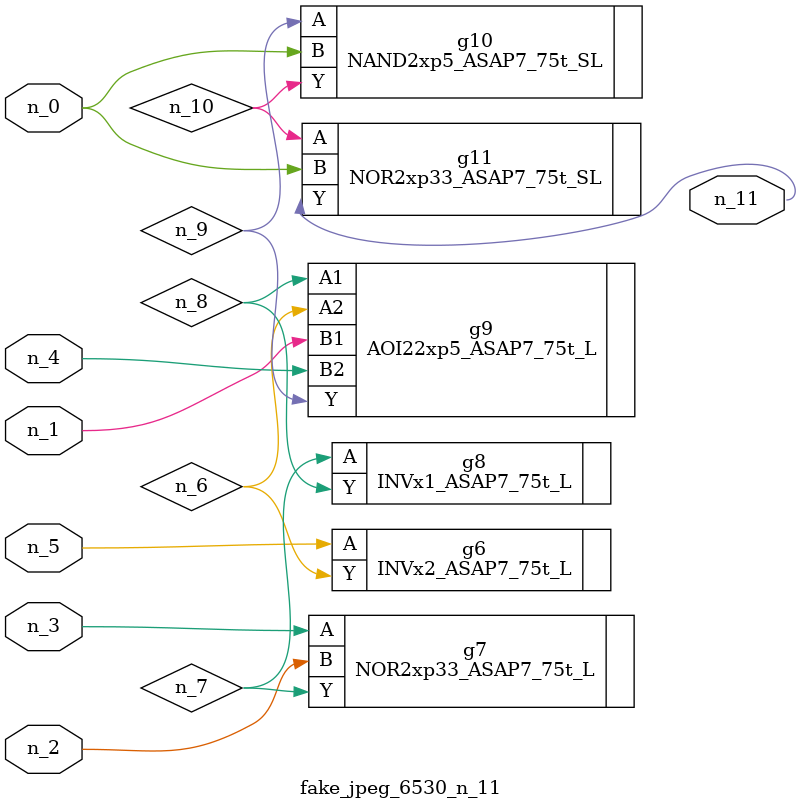
<source format=v>
module fake_jpeg_6530_n_11 (n_3, n_2, n_1, n_0, n_4, n_5, n_11);

input n_3;
input n_2;
input n_1;
input n_0;
input n_4;
input n_5;

output n_11;

wire n_10;
wire n_8;
wire n_9;
wire n_6;
wire n_7;

INVx2_ASAP7_75t_L g6 ( 
.A(n_5),
.Y(n_6)
);

NOR2xp33_ASAP7_75t_L g7 ( 
.A(n_3),
.B(n_2),
.Y(n_7)
);

INVx1_ASAP7_75t_L g8 ( 
.A(n_7),
.Y(n_8)
);

AOI22xp5_ASAP7_75t_L g9 ( 
.A1(n_8),
.A2(n_6),
.B1(n_1),
.B2(n_4),
.Y(n_9)
);

NAND2xp5_ASAP7_75t_SL g10 ( 
.A(n_9),
.B(n_0),
.Y(n_10)
);

NOR2xp33_ASAP7_75t_SL g11 ( 
.A(n_10),
.B(n_0),
.Y(n_11)
);


endmodule
</source>
